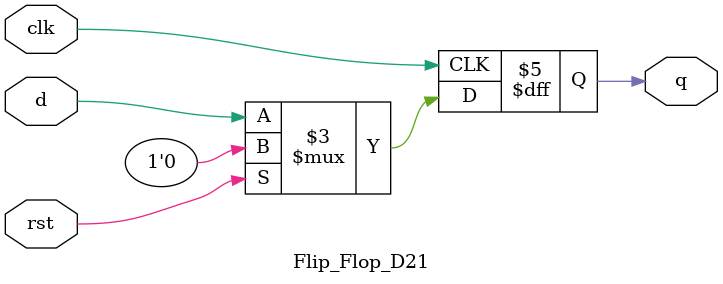
<source format=v>
`timescale 1ns / 1ps
module Flip_Flop_D21(
    input clk,
    input d,
    input rst,
    output reg q
    );

	 always @(posedge clk)
	 if (rst) 
	 q <= 0;
	 else
	 q <= d;
    
endmodule

</source>
